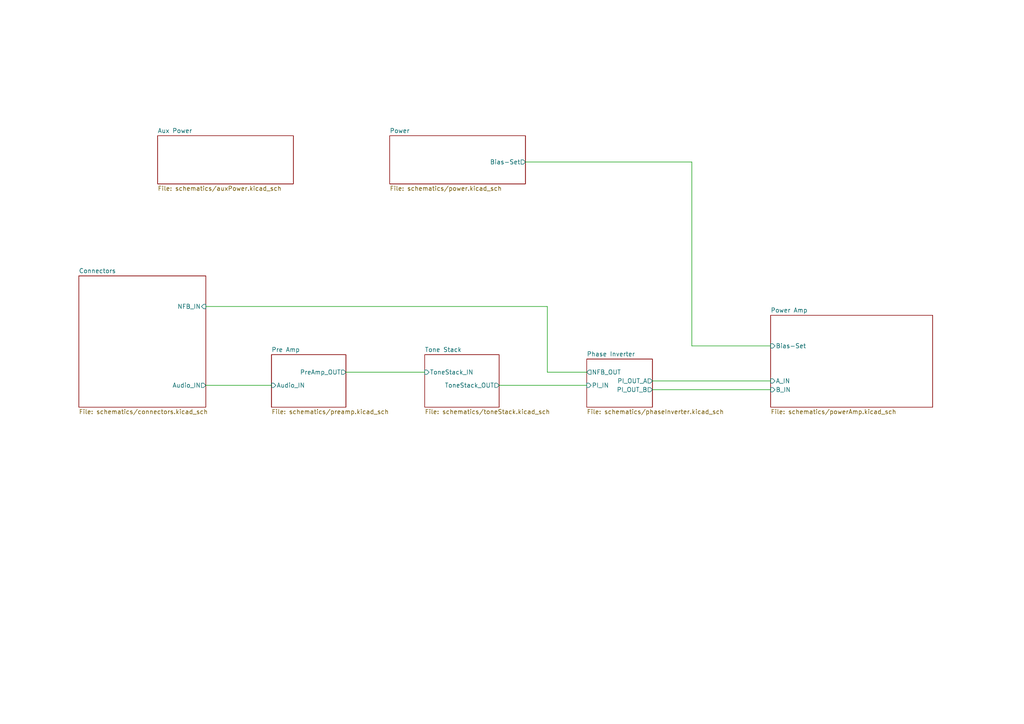
<source format=kicad_sch>
(kicad_sch
	(version 20250114)
	(generator "eeschema")
	(generator_version "9.0")
	(uuid "6805e3ef-87bd-473d-890f-05ae2da73c1a")
	(paper "A4")
	(lib_symbols)
	(wire
		(pts
			(xy 152.4 46.99) (xy 200.66 46.99)
		)
		(stroke
			(width 0)
			(type default)
		)
		(uuid "11546fa9-432f-4dde-ba1b-cecb99382e1e")
	)
	(wire
		(pts
			(xy 158.75 107.95) (xy 158.75 88.9)
		)
		(stroke
			(width 0)
			(type default)
		)
		(uuid "27427324-1bd7-457b-be4f-471688b3069c")
	)
	(wire
		(pts
			(xy 158.75 88.9) (xy 59.69 88.9)
		)
		(stroke
			(width 0)
			(type default)
		)
		(uuid "2b843b21-44b9-4b62-8dd4-215fc8bbfa7f")
	)
	(wire
		(pts
			(xy 144.78 111.76) (xy 170.18 111.76)
		)
		(stroke
			(width 0)
			(type default)
		)
		(uuid "3543d1e7-30ff-4f29-9b25-c97838752f3b")
	)
	(wire
		(pts
			(xy 170.18 107.95) (xy 158.75 107.95)
		)
		(stroke
			(width 0)
			(type default)
		)
		(uuid "3a6545c5-18e3-4e6f-8b5a-4bcb65e8279d")
	)
	(wire
		(pts
			(xy 189.23 110.49) (xy 223.52 110.49)
		)
		(stroke
			(width 0)
			(type default)
		)
		(uuid "4193be01-129d-4e85-8efc-e952c7a50dfc")
	)
	(wire
		(pts
			(xy 189.23 113.03) (xy 223.52 113.03)
		)
		(stroke
			(width 0)
			(type default)
		)
		(uuid "6fce8168-3e44-48e9-91e9-9237027e212e")
	)
	(wire
		(pts
			(xy 200.66 46.99) (xy 200.66 100.33)
		)
		(stroke
			(width 0)
			(type default)
		)
		(uuid "9692a3a5-0587-4a61-b4bc-2e998620f61a")
	)
	(wire
		(pts
			(xy 59.69 111.76) (xy 78.74 111.76)
		)
		(stroke
			(width 0)
			(type default)
		)
		(uuid "bd51a883-6f68-4019-9ffa-8b6a5fb184fc")
	)
	(wire
		(pts
			(xy 200.66 100.33) (xy 223.52 100.33)
		)
		(stroke
			(width 0)
			(type default)
		)
		(uuid "e10a802e-b8b2-4dc9-a9ba-9eda15117443")
	)
	(wire
		(pts
			(xy 100.33 107.95) (xy 123.19 107.95)
		)
		(stroke
			(width 0)
			(type default)
		)
		(uuid "efdcd352-7c87-48d9-a0df-82f89a4b3ecc")
	)
	(sheet
		(at 113.03 39.37)
		(size 39.37 13.97)
		(exclude_from_sim no)
		(in_bom yes)
		(on_board yes)
		(dnp no)
		(fields_autoplaced yes)
		(stroke
			(width 0.1524)
			(type solid)
		)
		(fill
			(color 0 0 0 0.0000)
		)
		(uuid "1d95444c-de5c-440e-b338-1d9c97a29411")
		(property "Sheetname" "Power"
			(at 113.03 38.6584 0)
			(effects
				(font
					(size 1.27 1.27)
				)
				(justify left bottom)
			)
		)
		(property "Sheetfile" "schematics/power.kicad_sch"
			(at 113.03 53.9246 0)
			(effects
				(font
					(size 1.27 1.27)
				)
				(justify left top)
			)
		)
		(pin "Bias-Set" output
			(at 152.4 46.99 0)
			(uuid "3c412c9d-4218-43dc-b0e2-813cf68ce654")
			(effects
				(font
					(size 1.27 1.27)
				)
				(justify right)
			)
		)
		(instances
			(project "wb50"
				(path "/6805e3ef-87bd-473d-890f-05ae2da73c1a"
					(page "8")
				)
			)
		)
	)
	(sheet
		(at 22.86 80.01)
		(size 36.83 38.1)
		(exclude_from_sim no)
		(in_bom yes)
		(on_board yes)
		(dnp no)
		(fields_autoplaced yes)
		(stroke
			(width 0.1524)
			(type solid)
		)
		(fill
			(color 0 0 0 0.0000)
		)
		(uuid "71fb01be-e2af-43a2-ab1d-1ec35077c210")
		(property "Sheetname" "Connectors"
			(at 22.86 79.2984 0)
			(effects
				(font
					(size 1.27 1.27)
				)
				(justify left bottom)
			)
		)
		(property "Sheetfile" "schematics/connectors.kicad_sch"
			(at 22.86 118.6946 0)
			(effects
				(font
					(size 1.27 1.27)
				)
				(justify left top)
			)
		)
		(pin "Audio_IN" output
			(at 59.69 111.76 0)
			(uuid "fda9bf6e-0ecd-49aa-82b2-591be0101aef")
			(effects
				(font
					(size 1.27 1.27)
				)
				(justify right)
			)
		)
		(pin "NFB_IN" input
			(at 59.69 88.9 0)
			(uuid "d228492f-8683-4592-a3a4-c32bf495a5e1")
			(effects
				(font
					(size 1.27 1.27)
				)
				(justify right)
			)
		)
		(instances
			(project "wb50"
				(path "/6805e3ef-87bd-473d-890f-05ae2da73c1a"
					(page "3")
				)
			)
		)
	)
	(sheet
		(at 223.52 91.44)
		(size 46.99 26.67)
		(exclude_from_sim no)
		(in_bom yes)
		(on_board yes)
		(dnp no)
		(fields_autoplaced yes)
		(stroke
			(width 0.1524)
			(type solid)
		)
		(fill
			(color 0 0 0 0.0000)
		)
		(uuid "7a47930b-7a0a-4b99-87af-45202452246e")
		(property "Sheetname" "Power Amp"
			(at 223.52 90.7284 0)
			(effects
				(font
					(size 1.27 1.27)
				)
				(justify left bottom)
			)
		)
		(property "Sheetfile" "schematics/powerAmp.kicad_sch"
			(at 223.52 118.6946 0)
			(effects
				(font
					(size 1.27 1.27)
				)
				(justify left top)
			)
		)
		(pin "A_IN" input
			(at 223.52 110.49 180)
			(uuid "1b2acb11-1928-4249-a427-abb69997b86c")
			(effects
				(font
					(size 1.27 1.27)
				)
				(justify left)
			)
		)
		(pin "B_IN" input
			(at 223.52 113.03 180)
			(uuid "dada2213-d749-4d32-951e-136f3d46cd4b")
			(effects
				(font
					(size 1.27 1.27)
				)
				(justify left)
			)
		)
		(pin "Bias-Set" input
			(at 223.52 100.33 180)
			(uuid "cf5c02f1-3e09-41a4-a054-0f8d2ef06ca3")
			(effects
				(font
					(size 1.27 1.27)
				)
				(justify left)
			)
		)
		(instances
			(project "wb50"
				(path "/6805e3ef-87bd-473d-890f-05ae2da73c1a"
					(page "6")
				)
			)
		)
	)
	(sheet
		(at 170.18 104.14)
		(size 19.05 13.97)
		(exclude_from_sim no)
		(in_bom yes)
		(on_board yes)
		(dnp no)
		(fields_autoplaced yes)
		(stroke
			(width 0.1524)
			(type solid)
		)
		(fill
			(color 0 0 0 0.0000)
		)
		(uuid "94f97982-768b-42a9-8fe1-8b9d029f0dfa")
		(property "Sheetname" "Phase Inverter"
			(at 170.18 103.4284 0)
			(effects
				(font
					(size 1.27 1.27)
				)
				(justify left bottom)
			)
		)
		(property "Sheetfile" "schematics/phaseInverter.kicad_sch"
			(at 170.18 118.6946 0)
			(effects
				(font
					(size 1.27 1.27)
				)
				(justify left top)
			)
		)
		(pin "PI_IN" input
			(at 170.18 111.76 180)
			(uuid "9b3fb5a7-fe5c-4b76-bdae-5676f41d9575")
			(effects
				(font
					(size 1.27 1.27)
				)
				(justify left)
			)
		)
		(pin "NFB_OUT" output
			(at 170.18 107.95 180)
			(uuid "7430a65a-19f4-424d-89f3-49991cfd8b75")
			(effects
				(font
					(size 1.27 1.27)
				)
				(justify left)
			)
		)
		(pin "PI_OUT_B" output
			(at 189.23 113.03 0)
			(uuid "73caba87-d137-453c-8923-84083c799f03")
			(effects
				(font
					(size 1.27 1.27)
				)
				(justify right)
			)
		)
		(pin "PI_OUT_A" output
			(at 189.23 110.49 0)
			(uuid "76cd9b6c-5c04-4de8-8ae2-c2f450f4d749")
			(effects
				(font
					(size 1.27 1.27)
				)
				(justify right)
			)
		)
		(instances
			(project "wb50"
				(path "/6805e3ef-87bd-473d-890f-05ae2da73c1a"
					(page "5")
				)
			)
		)
	)
	(sheet
		(at 45.72 39.37)
		(size 39.37 13.97)
		(exclude_from_sim no)
		(in_bom yes)
		(on_board yes)
		(dnp no)
		(fields_autoplaced yes)
		(stroke
			(width 0.1524)
			(type solid)
		)
		(fill
			(color 0 0 0 0.0000)
		)
		(uuid "c06d43ef-ca8e-4531-a839-7ed47019a243")
		(property "Sheetname" "Aux Power"
			(at 45.72 38.6584 0)
			(effects
				(font
					(size 1.27 1.27)
				)
				(justify left bottom)
			)
		)
		(property "Sheetfile" "schematics/auxPower.kicad_sch"
			(at 45.72 53.9246 0)
			(effects
				(font
					(size 1.27 1.27)
				)
				(justify left top)
			)
		)
		(instances
			(project "wb50"
				(path "/6805e3ef-87bd-473d-890f-05ae2da73c1a"
					(page "7")
				)
			)
		)
	)
	(sheet
		(at 78.74 102.87)
		(size 21.59 15.24)
		(exclude_from_sim no)
		(in_bom yes)
		(on_board yes)
		(dnp no)
		(fields_autoplaced yes)
		(stroke
			(width 0.1524)
			(type solid)
		)
		(fill
			(color 0 0 0 0.0000)
		)
		(uuid "f1b5402f-417b-4ade-9709-94213592078e")
		(property "Sheetname" "Pre Amp"
			(at 78.74 102.1584 0)
			(effects
				(font
					(size 1.27 1.27)
				)
				(justify left bottom)
			)
		)
		(property "Sheetfile" "schematics/preamp.kicad_sch"
			(at 78.74 118.6946 0)
			(effects
				(font
					(size 1.27 1.27)
				)
				(justify left top)
			)
		)
		(pin "Audio_IN" input
			(at 78.74 111.76 180)
			(uuid "9b98c603-fc95-45d0-ba41-8b9a7764cd83")
			(effects
				(font
					(size 1.27 1.27)
				)
				(justify left)
			)
		)
		(pin "PreAmp_OUT" output
			(at 100.33 107.95 0)
			(uuid "bcca172a-9809-4412-ba6b-a71ffa7a74c0")
			(effects
				(font
					(size 1.27 1.27)
				)
				(justify right)
			)
		)
		(instances
			(project "wb50"
				(path "/6805e3ef-87bd-473d-890f-05ae2da73c1a"
					(page "4")
				)
			)
		)
	)
	(sheet
		(at 123.19 102.87)
		(size 21.59 15.24)
		(exclude_from_sim no)
		(in_bom yes)
		(on_board yes)
		(dnp no)
		(fields_autoplaced yes)
		(stroke
			(width 0.1524)
			(type solid)
		)
		(fill
			(color 0 0 0 0.0000)
		)
		(uuid "f74de693-82a9-4691-89de-552f27ba6ee3")
		(property "Sheetname" "Tone Stack"
			(at 123.19 102.1584 0)
			(effects
				(font
					(size 1.27 1.27)
				)
				(justify left bottom)
			)
		)
		(property "Sheetfile" "schematics/toneStack.kicad_sch"
			(at 123.19 118.6946 0)
			(effects
				(font
					(size 1.27 1.27)
				)
				(justify left top)
			)
		)
		(pin "ToneStack_IN" input
			(at 123.19 107.95 180)
			(uuid "c0b6b3c2-d45c-4109-8590-898873e15987")
			(effects
				(font
					(size 1.27 1.27)
				)
				(justify left)
			)
		)
		(pin "ToneStack_OUT" output
			(at 144.78 111.76 0)
			(uuid "850fad73-4621-4bbd-8406-4e40d3b25e38")
			(effects
				(font
					(size 1.27 1.27)
				)
				(justify right)
			)
		)
		(instances
			(project "wb50"
				(path "/6805e3ef-87bd-473d-890f-05ae2da73c1a"
					(page "8")
				)
			)
		)
	)
	(sheet_instances
		(path "/"
			(page "1")
		)
	)
	(embedded_fonts no)
)

</source>
